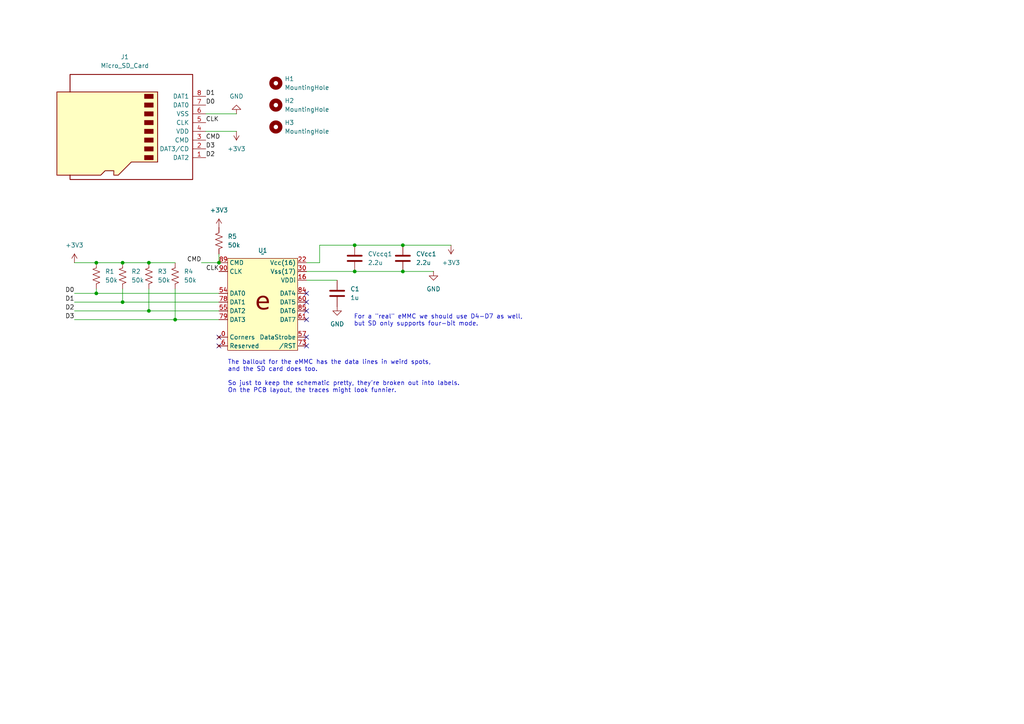
<source format=kicad_sch>
(kicad_sch (version 20250114) (generator "eeschema") (generator_version "9.0")
  (paper "A4")
  (lib_symbols
    (symbol "Connector:Micro_SD_Card" (pin_names (offset 1.016))
      (property "Reference" "J1" (at 0.635 -21.59 0))
      (property "Value" "Micro_SD_Card" (at 0.635 -19.05 0))
      (symbol "Micro_SD_Card_0_1"
        (polyline (pts (xy -8.89 -11.43) (xy -8.89 8.89) (xy -1.27 8.89) (xy 2.54 12.7) (xy 3.81 12.7) (xy 3.81 11.43) (xy 6.35 11.43) (xy 7.62 12.7) (xy 20.32 12.7) (xy 20.32 -11.43) (xy -8.89 -11.43)) (stroke (width 0.254)) (fill (type background)))
        (rectangle (start -7.62 8.255) (end -5.08 6.985) (fill (type outline)))
        (rectangle (start -7.62 5.715) (end -5.08 4.445) (fill (type outline)))
        (rectangle (start -7.62 3.175) (end -5.08 1.905) (fill (type outline)))
        (rectangle (start -7.62 0.635) (end -5.08 -0.635) (fill (type outline)))
        (rectangle (start -7.62 -1.905) (end -5.08 -3.175) (fill (type outline)))
        (rectangle (start -7.62 -4.445) (end -5.08 -5.715) (fill (type outline)))
        (rectangle (start -7.62 -6.985) (end -5.08 -8.255) (fill (type outline)))
        (rectangle (start -7.62 -9.525) (end -5.08 -10.795) (fill (type outline)))
        (polyline (pts (xy 16.51 12.7) (xy 16.51 13.97) (xy -19.05 13.97) (xy -19.05 -16.51) (xy 16.51 -16.51) (xy 16.51 -11.43)) (stroke (width 0.254)))
      )
      (symbol "Micro_SD_Card_1_1"
        (pin bidirectional line (at -22.86 7.62 0) (length 3.81) (name "DAT2") (number "1"))
        (pin bidirectional line (at -22.86 5.08 0) (length 3.81) (name "DAT3/CD") (number "2"))
        (pin output line (at -22.86 2.54 0) (length 3.81) (name "CMD") (number "3"))
        (pin power_out line (at -22.86 0 0) (length 3.81) (name "VDD") (number "4"))
        (pin output line (at -22.86 -2.54 0) (length 3.81) (name "CLK") (number "5"))
        (pin power_out line (at -22.86 -5.08 0) (length 3.81) (name "VSS") (number "6"))
        (pin bidirectional line (at -22.86 -7.62 0) (length 3.81) (name "DAT0") (number "7"))
        (pin bidirectional line (at -22.86 -10.16 0) (length 3.81) (name "DAT1") (number "8"))
      )
    )
    (symbol "Device:C" (pin_numbers (hide yes)) (pin_names (offset 0.254))
      (property "Reference" "C" (at 0.635 2.54 0))
      (property "Value" "C" (at 0.635 -2.54 0))
      (symbol "C_0_1"
        (polyline (pts (xy -2.032 0.762) (xy 2.032 0.762)) (stroke (width 0.508)))
        (polyline (pts (xy -2.032 -0.762) (xy 2.032 -0.762)) (stroke (width 0.508)))
      )
      (symbol "C_1_1"
        (pin passive line (at 0 3.81 270) (length 2.794) (name "~") (number "1"))
        (pin passive line (at 0 -3.81 90) (length 2.794) (name "~") (number "2"))
      )
    )
    (symbol "Device:R_US" (pin_numbers (hide yes)) (pin_names (offset 0))
      (property "Reference" "R" (at 2.54 0 90))
      (property "Value" "R_US" (at -2.54 0 90))
      (symbol "R_US_0_1"
        (polyline (pts (xy 0 2.286) (xy 0 2.54)))
        (polyline (pts (xy 0 2.286) (xy 1.016 1.905) (xy 0 1.524) (xy -1.016 1.143) (xy 0 0.762)))
        (polyline (pts (xy 0 0.762) (xy 1.016 0.381) (xy 0 0) (xy -1.016 -0.381) (xy 0 -0.762)))
        (polyline (pts (xy 0 -0.762) (xy 1.016 -1.143) (xy 0 -1.524) (xy -1.016 -1.905) (xy 0 -2.286)))
        (polyline (pts (xy 0 -2.286) (xy 0 -2.54)))
      )
      (symbol "R_US_1_1"
        (pin passive line (at 0 3.81 270) (length 1.27) (name "~") (number "1"))
        (pin passive line (at 0 -3.81 90) (length 1.27) (name "~") (number "2"))
      )
    )
    (symbol "Library:issi_emmc_100_ball"
      (property "Reference" "U" (at 0 11.684 0))
      (symbol "issi_emmc_100_ball_1_1"
        (rectangle (start -10.16 12.7) (end 10.16 -13.97) (fill (type background)))
        (text "e" (at 0 0 0) (effects (font (size 5.08 5.08) (italic yes))))
        (pin input line (at -12.7 11.43 0) (length 2.54) (name "CMD") (number "89"))
        (pin input line (at -12.7 8.89 0) (length 2.54) (name "CLK") (number "90"))
        (pin bidirectional line (at -12.7 2.54 0) (length 2.54) (name "DAT0") (number "54"))
        (pin bidirectional line (at -12.7 0 0) (length 2.54) (name "DAT1") (number "78"))
        (pin bidirectional line (at -12.7 -2.54 0) (length 2.54) (name "DAT2") (number "55"))
        (pin bidirectional line (at -12.7 -5.08 0) (length 2.54) (name "DAT3") (number "79"))
        (pin no_connect line (at -12.7 -10.16 0) (length 2.54) (name "Corners") (number "0"))
        (pin no_connect line (at -12.7 -10.16 0) (length 2.54) (hide yes) (name "Corners") (number "1"))
        (pin no_connect line (at -12.7 -10.16 0) (length 2.54) (hide yes) (name "Corners") (number "2"))
        (pin no_connect line (at -12.7 -10.16 0) (length 2.54) (hide yes) (name "Corners") (number "3"))
        (pin no_connect line (at -12.7 -10.16 0) (length 2.54) (hide yes) (name "Corners") (number "4"))
        (pin no_connect line (at -12.7 -10.16 0) (length 2.54) (hide yes) (name "Corners") (number "5"))
        (pin no_connect line (at -12.7 -10.16 0) (length 2.54) (hide yes) (name "Corners") (number "94"))
        (pin no_connect line (at -12.7 -10.16 0) (length 2.54) (hide yes) (name "Corners") (number "95"))
        (pin no_connect line (at -12.7 -10.16 0) (length 2.54) (hide yes) (name "Corners") (number "96"))
        (pin no_connect line (at -12.7 -10.16 0) (length 2.54) (hide yes) (name "Corners") (number "97"))
        (pin no_connect line (at -12.7 -10.16 0) (length 2.54) (hide yes) (name "Corners") (number "98"))
        (pin no_connect line (at -12.7 -10.16 0) (length 2.54) (hide yes) (name "Corners") (number "99"))
        (pin no_connect line (at -12.7 -12.7 0) (length 2.54) (hide yes) (name "Reserved") (number "10"))
        (pin no_connect line (at -12.7 -12.7 0) (length 2.54) (hide yes) (name "Reserved") (number "11"))
        (pin no_connect line (at -12.7 -12.7 0) (length 2.54) (hide yes) (name "Reserved") (number "12"))
        (pin no_connect line (at -12.7 -12.7 0) (length 2.54) (hide yes) (name "Reserved") (number "13"))
        (pin no_connect line (at -12.7 -12.7 0) (length 2.54) (hide yes) (name "Reserved") (number "14"))
        (pin no_connect line (at -12.7 -12.7 0) (length 2.54) (hide yes) (name "Reserved") (number "15"))
        (pin no_connect line (at -12.7 -12.7 0) (length 2.54) (hide yes) (name "Reserved") (number "17"))
        (pin no_connect line (at -12.7 -12.7 0) (length 2.54) (hide yes) (name "Reserved") (number "18"))
        (pin no_connect line (at -12.7 -12.7 0) (length 2.54) (hide yes) (name "Reserved") (number "19"))
        (pin no_connect line (at -12.7 -12.7 0) (length 2.54) (hide yes) (name "Reserved") (number "20"))
        (pin no_connect line (at -12.7 -12.7 0) (length 2.54) (hide yes) (name "Reserved") (number "21"))
        (pin no_connect line (at -12.7 -12.7 0) (length 2.54) (hide yes) (name "Reserved") (number "40"))
        (pin no_connect line (at -12.7 -12.7 0) (length 2.54) (hide yes) (name "Reserved") (number "41"))
        (pin no_connect line (at -12.7 -12.7 0) (length 2.54) (hide yes) (name "Reserved") (number "42"))
        (pin no_connect line (at -12.7 -12.7 0) (length 2.54) (hide yes) (name "Reserved") (number "43"))
        (pin no_connect line (at -12.7 -12.7 0) (length 2.54) (hide yes) (name "Reserved") (number "46"))
        (pin no_connect line (at -12.7 -12.7 0) (length 2.54) (hide yes) (name "Reserved") (number "47"))
        (pin no_connect line (at -12.7 -12.7 0) (length 2.54) (hide yes) (name "Reserved") (number "48"))
        (pin no_connect line (at -12.7 -12.7 0) (length 2.54) (hide yes) (name "Reserved") (number "50"))
        (pin no_connect line (at -12.7 -12.7 0) (length 2.54) (hide yes) (name "Reserved") (number "51"))
        (pin no_connect line (at -12.7 -12.7 0) (length 2.54) (hide yes) (name "Reserved") (number "52"))
        (pin no_connect line (at -12.7 -12.7 0) (length 2.54) (hide yes) (name "Reserved") (number "53"))
        (pin no_connect line (at -12.7 -12.7 0) (length 2.54) (hide yes) (name "Reserved") (number "56"))
        (pin no_connect line (at -12.7 -12.7 0) (length 2.54) (hide yes) (name "Reserved") (number "58"))
        (pin no_connect line (at -12.7 -12.7 0) (length 2.54) (hide yes) (name "Reserved") (number "59"))
        (pin no_connect line (at -12.7 -12.7 0) (length 2.54) (name "Reserved") (number "6"))
        (pin no_connect line (at -12.7 -12.7 0) (length 2.54) (hide yes) (name "Reserved") (number "65"))
        (pin no_connect line (at -12.7 -12.7 0) (length 2.54) (hide yes) (name "Reserved") (number "66"))
        (pin no_connect line (at -12.7 -12.7 0) (length 2.54) (hide yes) (name "Reserved") (number "7"))
        (pin no_connect line (at -12.7 -12.7 0) (length 2.54) (hide yes) (name "Reserved") (number "70"))
        (pin no_connect line (at -12.7 -12.7 0) (length 2.54) (hide yes) (name "Reserved") (number "71"))
        (pin no_connect line (at -12.7 -12.7 0) (length 2.54) (hide yes) (name "Reserved") (number "74"))
        (pin no_connect line (at -12.7 -12.7 0) (length 2.54) (hide yes) (name "Reserved") (number "76"))
        (pin no_connect line (at -12.7 -12.7 0) (length 2.54) (hide yes) (name "Reserved") (number "77"))
        (pin no_connect line (at -12.7 -12.7 0) (length 2.54) (hide yes) (name "Reserved") (number "8"))
        (pin no_connect line (at -12.7 -12.7 0) (length 2.54) (hide yes) (name "Reserved") (number "80"))
        (pin no_connect line (at -12.7 -12.7 0) (length 2.54) (hide yes) (name "Reserved") (number "81"))
        (pin no_connect line (at -12.7 -12.7 0) (length 2.54) (hide yes) (name "Reserved") (number "82"))
        (pin no_connect line (at -12.7 -12.7 0) (length 2.54) (hide yes) (name "Reserved") (number "83"))
        (pin no_connect line (at -12.7 -12.7 0) (length 2.54) (hide yes) (name "Reserved") (number "88"))
        (pin no_connect line (at -12.7 -12.7 0) (length 2.54) (hide yes) (name "Reserved") (number "9"))
        (pin no_connect line (at -12.7 -12.7 0) (length 2.54) (hide yes) (name "Reserved") (number "91"))
        (pin power_in line (at 12.7 11.43 180) (length 2.54) (name "Vcc(16)") (number "22"))
        (pin power_in line (at 12.7 11.43 180) (length 2.54) (hide yes) (name "VCC") (number "23"))
        (pin power_in line (at 12.7 11.43 180) (length 2.54) (hide yes) (name "VCC") (number "24"))
        (pin power_in line (at 12.7 11.43 180) (length 2.54) (hide yes) (name "VCC") (number "25"))
        (pin power_in line (at 12.7 11.43 180) (length 2.54) (hide yes) (name "VCC") (number "26"))
        (pin power_in line (at 12.7 11.43 180) (length 2.54) (hide yes) (name "VCC") (number "27"))
        (pin power_in line (at 12.7 11.43 180) (length 2.54) (hide yes) (name "VCC") (number "28"))
        (pin power_in line (at 12.7 11.43 180) (length 2.54) (hide yes) (name "VCC") (number "29"))
        (pin power_in line (at 12.7 11.43 180) (length 2.54) (hide yes) (name "VCC") (number "39"))
        (pin power_in line (at 12.7 11.43 180) (length 2.54) (hide yes) (name "VCC") (number "44"))
        (pin power_in line (at 12.7 11.43 180) (length 2.54) (hide yes) (name "VCC") (number "62"))
        (pin power_in line (at 12.7 11.43 180) (length 2.54) (hide yes) (name "VCC") (number "64"))
        (pin power_in line (at 12.7 11.43 180) (length 2.54) (hide yes) (name "VCC") (number "67"))
        (pin power_in line (at 12.7 11.43 180) (length 2.54) (hide yes) (name "VCC") (number "69"))
        (pin power_in line (at 12.7 11.43 180) (length 2.54) (hide yes) (name "VCC") (number "87"))
        (pin power_in line (at 12.7 11.43 180) (length 2.54) (hide yes) (name "VCC") (number "92"))
        (pin power_in line (at 12.7 8.89 180) (length 2.54) (name "Vss(17)") (number "30"))
        (pin power_in line (at 12.7 8.89 180) (length 2.54) (hide yes) (name "VSS") (number "31"))
        (pin power_in line (at 12.7 8.89 180) (length 2.54) (hide yes) (name "VSS") (number "32"))
        (pin power_in line (at 12.7 8.89 180) (length 2.54) (hide yes) (name "VSS") (number "33"))
        (pin power_in line (at 12.7 8.89 180) (length 2.54) (hide yes) (name "VSS") (number "34"))
        (pin power_in line (at 12.7 8.89 180) (length 2.54) (hide yes) (name "VSS") (number "35"))
        (pin power_in line (at 12.7 8.89 180) (length 2.54) (hide yes) (name "VSS") (number "36"))
        (pin power_in line (at 12.7 8.89 180) (length 2.54) (hide yes) (name "VSS") (number "37"))
        (pin power_in line (at 12.7 8.89 180) (length 2.54) (hide yes) (name "VSS") (number "38"))
        (pin power_in line (at 12.7 8.89 180) (length 2.54) (hide yes) (name "VSS") (number "45"))
        (pin power_in line (at 12.7 8.89 180) (length 2.54) (hide yes) (name "VSS") (number "49"))
        (pin power_in line (at 12.7 8.89 180) (length 2.54) (hide yes) (name "VSS") (number "63"))
        (pin power_in line (at 12.7 8.89 180) (length 2.54) (hide yes) (name "VSS") (number "68"))
        (pin power_in line (at 12.7 8.89 180) (length 2.54) (hide yes) (name "VSS") (number "72"))
        (pin power_in line (at 12.7 8.89 180) (length 2.54) (hide yes) (name "VSS") (number "75"))
        (pin power_in line (at 12.7 8.89 180) (length 2.54) (hide yes) (name "VSS") (number "86"))
        (pin power_in line (at 12.7 8.89 180) (length 2.54) (hide yes) (name "VSS") (number "93"))
        (pin passive line (at 12.7 6.35 180) (length 2.54) (name "VDDi") (number "16"))
        (pin bidirectional line (at 12.7 2.54 180) (length 2.54) (name "DAT4") (number "84"))
        (pin bidirectional line (at 12.7 0 180) (length 2.54) (name "DAT5") (number "60"))
        (pin bidirectional line (at 12.7 -2.54 180) (length 2.54) (name "DAT6") (number "85"))
        (pin bidirectional line (at 12.7 -5.08 180) (length 2.54) (name "DAT7") (number "61"))
        (pin output line (at 12.7 -10.16 180) (length 2.54) (name "DataStrobe") (number "57"))
        (pin input line (at 12.7 -12.7 180) (length 2.54) (name "/RST") (number "73"))
      )
    )
    (symbol "Mechanical:MountingHole" (pin_names (offset 1.016)) (in_bom no)
      (property "Reference" "H" (at 0 5.08 0))
      (property "Value" "MountingHole" (at 0 3.175 0))
      (symbol "MountingHole_0_1"
        (circle (center 0 0) (radius 1.27) (stroke (width 1.27)))
      )
    )
    (symbol "power:+3V3" (power) (pin_numbers (hide yes)) (pin_names (offset 0) (hide yes))
      (property "Value" "+3V3" (at 0 3.556 0))
      (symbol "+3V3_0_1"
        (polyline (pts (xy -0.762 1.27) (xy 0 2.54)))
        (polyline (pts (xy 0 2.54) (xy 0.762 1.27)))
        (polyline (pts (xy 0 0) (xy 0 2.54)))
      )
      (symbol "+3V3_1_1"
        (pin power_in line (at 0 0 90) (length 0) (name "~") (number "1"))
      )
    )
    (symbol "power:GND" (power) (pin_numbers (hide yes)) (pin_names (offset 0) (hide yes))
      (property "Value" "GND" (at 0 -3.81 0))
      (symbol "GND_0_1"
        (polyline (pts (xy 0 0) (xy 0 -1.27) (xy 1.27 -1.27) (xy 0 -2.54) (xy -1.27 -1.27) (xy 0 -1.27)))
      )
      (symbol "GND_1_1"
        (pin power_in line (at 0 0 270) (length 0) (name "~") (number "1"))
      )
    )
  )
  (text "For a \"real\" eMMC we should use D4-D7 as well,\nbut SD only supports four-bit mode." (at 102.616 92.964 0) (effects (font (size 1.27 1.27)) (justify left)))
  (text "The ballout for the eMMC has the data lines in weird spots,\nand the SD card does too.\n\nSo just to keep the schematic pretty, they're broken out into labels.\nOn the PCB layout, the traces might look funnier." (at 66.04 109.22 0) (effects (font (size 1.27 1.27)) (justify left)))
  (junction (at 43.18 76.2))
  (junction (at 102.87 78.74))
  (junction (at 116.84 78.74))
  (junction (at 102.87 71.12))
  (junction (at 116.84 71.12))
  (junction (at 35.56 76.2))
  (junction (at 43.18 90.17))
  (junction (at 27.94 85.09))
  (junction (at 63.5 76.2))
  (junction (at 27.94 76.2))
  (junction (at 35.56 87.63))
  (junction (at 50.8 92.71))
  (no_connect (at 88.9 90.17))
  (no_connect (at 88.9 97.79))
  (no_connect (at 88.9 92.71))
  (no_connect (at 63.5 100.33))
  (no_connect (at 63.5 97.79))
  (no_connect (at 88.9 85.09))
  (no_connect (at 88.9 100.33))
  (no_connect (at 88.9 87.63))
  (wire (pts (xy 59.69 33.02) (xy 68.58 33.02)))
  (wire (pts (xy 35.56 76.2) (xy 43.18 76.2)))
  (wire (pts (xy 43.18 83.82) (xy 43.18 90.17)))
  (wire (pts (xy 59.69 38.1) (xy 68.58 38.1)))
  (wire (pts (xy 27.94 83.82) (xy 27.94 85.09)))
  (wire (pts (xy 43.18 90.17) (xy 63.5 90.17)))
  (wire (pts (xy 21.59 90.17) (xy 43.18 90.17)))
  (wire (pts (xy 21.59 76.2) (xy 27.94 76.2)))
  (wire (pts (xy 27.94 85.09) (xy 63.5 85.09)))
  (wire (pts (xy 130.81 71.12) (xy 116.84 71.12)))
  (wire (pts (xy 27.94 76.2) (xy 35.56 76.2)))
  (wire (pts (xy 58.42 76.2) (xy 63.5 76.2)))
  (wire (pts (xy 88.9 78.74) (xy 102.87 78.74)))
  (wire (pts (xy 116.84 71.12) (xy 102.87 71.12)))
  (wire (pts (xy 21.59 85.09) (xy 27.94 85.09)))
  (wire (pts (xy 88.9 81.28) (xy 97.79 81.28)))
  (wire (pts (xy 102.87 71.12) (xy 92.71 71.12)))
  (wire (pts (xy 116.84 78.74) (xy 125.73 78.74)))
  (wire (pts (xy 92.71 71.12) (xy 92.71 76.2)))
  (wire (pts (xy 35.56 87.63) (xy 63.5 87.63)))
  (wire (pts (xy 21.59 92.71) (xy 50.8 92.71)))
  (wire (pts (xy 102.87 78.74) (xy 116.84 78.74)))
  (wire (pts (xy 21.59 87.63) (xy 35.56 87.63)))
  (wire (pts (xy 63.5 73.66) (xy 63.5 76.2)))
  (wire (pts (xy 50.8 92.71) (xy 63.5 92.71)))
  (wire (pts (xy 88.9 76.2) (xy 92.71 76.2)))
  (wire (pts (xy 35.56 83.82) (xy 35.56 87.63)))
  (wire (pts (xy 50.8 83.82) (xy 50.8 92.71)))
  (wire (pts (xy 43.18 76.2) (xy 50.8 76.2)))
  (label "D2" (at 21.59 90.17 180))
  (label "CMD" (at 58.42 76.2 180))
  (label "D1" (at 59.69 27.94 0))
  (label "D0" (at 59.69 30.48 0))
  (label "D0" (at 21.59 85.09 180))
  (label "CLK" (at 63.5 78.74 180))
  (label "D3" (at 21.59 92.71 180))
  (label "D2" (at 59.69 45.72 0))
  (label "D3" (at 59.69 43.18 0))
  (label "CLK" (at 59.69 35.56 0))
  (label "CMD" (at 59.69 40.64 0))
  (label "D1" (at 21.59 87.63 180))
  (symbol (lib_id "power:+3V3") (at 63.5 66.04 0) (unit 1)
    (property "Reference" "#PWR06" (effects (hide yes)))
    (property "Value" "+3V3" (at 63.5 60.96 0))
    (property "Description" "Power symbol creates a global label with name \"+3V3\"" (effects (hide yes)))
  )
  (symbol (lib_id "power:+3V3") (at 21.59 76.2 0) (unit 1)
    (property "Reference" "#PWR05" (effects (hide yes)))
    (property "Value" "+3V3" (at 21.59 71.12 0))
    (property "Description" "Power symbol creates a global label with name \"+3V3\"" (effects (hide yes)))
  )
  (symbol (lib_id "power:GND") (at 68.58 33.02 180) (unit 1)
    (property "Reference" "#PWR03" (effects (hide yes)))
    (property "Value" "GND" (at 68.58 27.94 0))
    (property "Description" "Power symbol creates a global label with name \"GND\" , ground" (effects (hide yes)))
  )
  (symbol (lib_id "Mechanical:MountingHole") (at 80.01 30.48 0) (unit 1) (in_bom no)
    (property "Reference" "H2" (at 82.55 29.2099 0) (effects (justify left)))
    (property "Value" "MountingHole" (at 82.55 31.7499 0) (effects (justify left)))
    (property "Footprint" "MountingHole:MountingHole_3.2mm_M3" (effects (hide yes)))
    (property "Description" "Mounting Hole without connection" (effects (hide yes)))
  )
  (symbol (lib_id "power:GND") (at 97.79 88.9 0) (unit 1)
    (property "Reference" "#PWR07" (effects (hide yes)))
    (property "Value" "GND" (at 97.79 93.98 0))
    (property "Description" "Power symbol creates a global label with name \"GND\" , ground" (effects (hide yes)))
  )
  (symbol (lib_id "Connector:Micro_SD_Card") (at 36.83 38.1 180) (unit 1)
    (property "Reference" "J1" (at 36.195 16.51 0))
    (property "Value" "Micro_SD_Card" (at 36.195 19.05 0))
    (property "Footprint" "Library:microsd" (effects (hide yes)))
    (property "Datasheet" "https://www.we-online.com/components/products/datasheet/693072010801.pdf" (effects (hide yes)))
    (property "Description" "Micro SD Card Socket" (effects (hide yes)))
  )
  (symbol (lib_id "power:+3V3") (at 130.81 71.12 180) (unit 1)
    (property "Reference" "#PWR02" (effects (hide yes)))
    (property "Value" "+3V3" (at 130.81 76.2 0))
    (property "Description" "Power symbol creates a global label with name \"+3V3\"" (effects (hide yes)))
  )
  (symbol (lib_id "Mechanical:MountingHole") (at 80.01 36.83 0) (unit 1) (in_bom no)
    (property "Reference" "H3" (at 82.55 35.5599 0) (effects (justify left)))
    (property "Value" "MountingHole" (at 82.55 38.0999 0) (effects (justify left)))
    (property "Footprint" "MountingHole:MountingHole_3.2mm_M3" (effects (hide yes)))
    (property "Description" "Mounting Hole without connection" (effects (hide yes)))
  )
  (symbol (lib_id "Mechanical:MountingHole") (at 80.01 24.13 0) (unit 1) (in_bom no)
    (property "Reference" "H1" (at 82.55 22.8599 0) (effects (justify left)))
    (property "Value" "MountingHole" (at 82.55 25.3999 0) (effects (justify left)))
    (property "Footprint" "MountingHole:MountingHole_3.2mm_M3" (effects (hide yes)))
    (property "Description" "Mounting Hole without connection" (effects (hide yes)))
  )
  (symbol (lib_id "power:+3V3") (at 68.58 38.1 180) (unit 1)
    (property "Reference" "#PWR01" (effects (hide yes)))
    (property "Value" "+3V3" (at 68.58 43.18 0))
    (property "Description" "Power symbol creates a global label with name \"+3V3\"" (effects (hide yes)))
  )
  (symbol (lib_id "power:GND") (at 125.73 78.74 0) (unit 1)
    (property "Reference" "#PWR04" (effects (hide yes)))
    (property "Value" "GND" (at 125.73 83.82 0))
    (property "Description" "Power symbol creates a global label with name \"GND\" , ground" (effects (hide yes)))
  )
  (symbol (lib_id "Device:R_US") (at 35.56 80.01 0) (mirror y) (unit 1)
    (property "Reference" "R2" (at 38.1 78.7399 0) (effects (justify right)))
    (property "Value" "50k" (at 38.1 81.2799 0) (effects (justify right)))
    (property "Footprint" "Resistor_SMD:R_1206_3216Metric_Pad1.30x1.75mm_HandSolder" (effects (hide yes)))
    (property "Description" "Resistor, US symbol" (effects (hide yes)))
  )
  (symbol (lib_id "Device:R_US") (at 50.8 80.01 0) (mirror y) (unit 1)
    (property "Reference" "R4" (at 53.34 78.7399 0) (effects (justify right)))
    (property "Value" "50k" (at 53.34 81.2799 0) (effects (justify right)))
    (property "Footprint" "Resistor_SMD:R_1206_3216Metric_Pad1.30x1.75mm_HandSolder" (effects (hide yes)))
    (property "Description" "Resistor, US symbol" (effects (hide yes)))
  )
  (symbol (lib_id "Device:R_US") (at 63.5 69.85 0) (mirror y) (unit 1)
    (property "Reference" "R5" (at 66.04 68.5799 0) (effects (justify right)))
    (property "Value" "50k" (at 66.04 71.1199 0) (effects (justify right)))
    (property "Footprint" "Resistor_SMD:R_1206_3216Metric_Pad1.30x1.75mm_HandSolder" (effects (hide yes)))
    (property "Description" "Resistor, US symbol" (effects (hide yes)))
  )
  (symbol (lib_id "Device:C") (at 116.84 74.93 0) (unit 1)
    (property "Reference" "CVcc1" (at 120.65 73.6599 0) (effects (justify left)))
    (property "Value" "2.2u" (at 120.65 76.1999 0) (effects (justify left)))
    (property "Footprint" "Capacitor_SMD:C_1206_3216Metric_Pad1.33x1.80mm_HandSolder" (effects (hide yes)))
    (property "Description" "Unpolarized capacitor" (effects (hide yes)))
  )
  (symbol (lib_id "Device:C") (at 97.79 85.09 0) (unit 1)
    (property "Reference" "C1" (at 101.6 83.8199 0) (effects (justify left)))
    (property "Value" "1u" (at 101.6 86.3599 0) (effects (justify left)))
    (property "Footprint" "Capacitor_SMD:C_1206_3216Metric_Pad1.33x1.80mm_HandSolder" (effects (hide yes)))
    (property "Description" "Unpolarized capacitor" (effects (hide yes)))
  )
  (symbol (lib_id "Library:issi_emmc_100_ball") (at 76.2 87.63 0) (unit 1)
    (property "Reference" "U1" (at 76.2 72.644 0))
    (property "Value" "~" (at 76.2 73.66 0))
    (property "Footprint" "Library:100-ball eMMC" (effects (hide yes)))
  )
  (symbol (lib_id "Device:C") (at 102.87 74.93 0) (unit 1)
    (property "Reference" "CVccq1" (at 106.68 73.6599 0) (effects (justify left)))
    (property "Value" "2.2u" (at 106.68 76.1999 0) (effects (justify left)))
    (property "Footprint" "Capacitor_SMD:C_1206_3216Metric_Pad1.33x1.80mm_HandSolder" (effects (hide yes)))
    (property "Description" "Unpolarized capacitor" (effects (hide yes)))
  )
  (symbol (lib_id "Device:R_US") (at 27.94 80.01 0) (mirror y) (unit 1)
    (property "Reference" "R1" (at 30.48 78.7399 0) (effects (justify right)))
    (property "Value" "50k" (at 30.48 81.2799 0) (effects (justify right)))
    (property "Footprint" "Resistor_SMD:R_1206_3216Metric_Pad1.30x1.75mm_HandSolder" (effects (hide yes)))
    (property "Description" "Resistor, US symbol" (effects (hide yes)))
  )
  (symbol (lib_id "Device:R_US") (at 43.18 80.01 0) (mirror y) (unit 1)
    (property "Reference" "R3" (at 45.72 78.7399 0) (effects (justify right)))
    (property "Value" "50k" (at 45.72 81.2799 0) (effects (justify right)))
    (property "Footprint" "Resistor_SMD:R_1206_3216Metric_Pad1.30x1.75mm_HandSolder" (effects (hide yes)))
    (property "Description" "Resistor, US symbol" (effects (hide yes)))
  )
)
</source>
